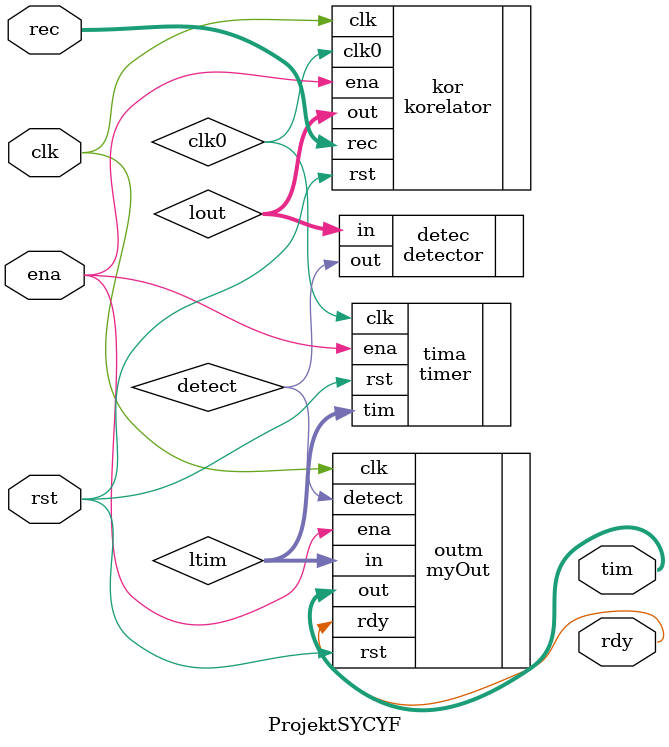
<source format=v>
module ProjektSYCYF(
	input ena,
	input rst,
	input clk,

	input signed[7:0] rec,
	
	output signed[13:0] tim,
	output rdy
);

wire clk0;
wire signed[23:0] lout;
wire signed[13:0] ltim;
wire detect;

korelator kor(.ena(ena),.rst(rst),.clk(clk),.rec(rec),.out(lout),.clk0(clk0));
timer tima(.ena(ena),.rst(rst),.clk(clk0),.tim(ltim));

detector detec(.in(lout),.out(detect));

myOut outm(.ena(ena),.rst(rst),.clk(clk),.in(ltim),.detect(detect),.rdy(rdy),.out(tim));

endmodule

</source>
